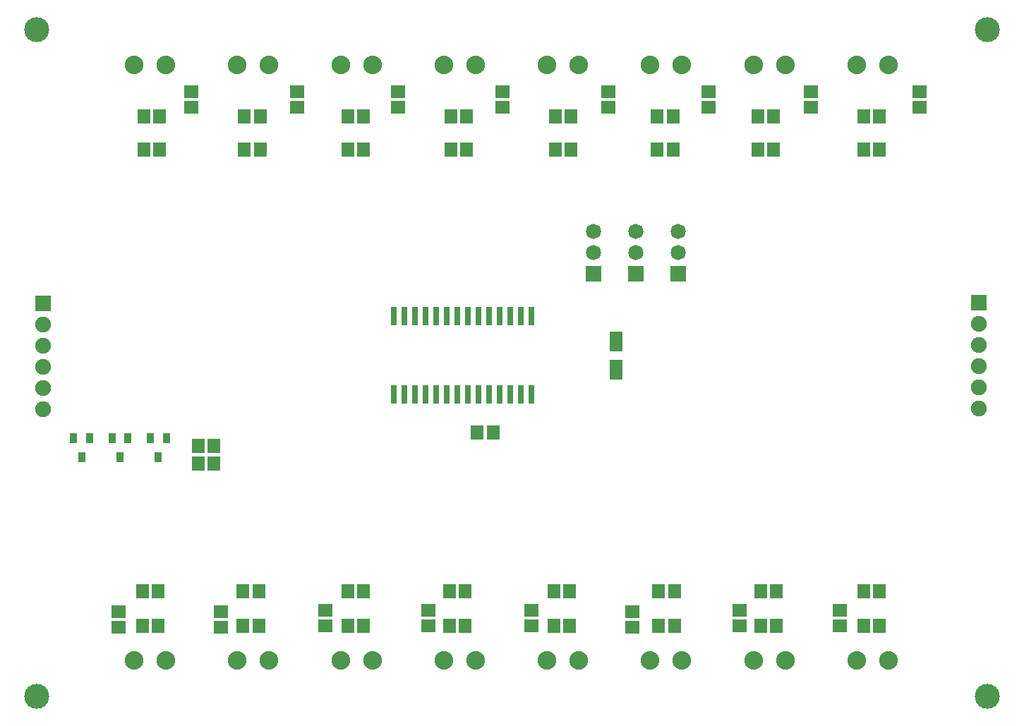
<source format=gbr>
G04 DipTrace 3.3.1.3*
G04 TopMask.gbr*
%MOIN*%
G04 #@! TF.FileFunction,Soldermask,Top*
G04 #@! TF.Part,Single*
%ADD33C,0.11811*%
%ADD40R,0.033631X0.049379*%
%ADD42R,0.063158X0.096623*%
%ADD44C,0.074969*%
%ADD46R,0.074969X0.074969*%
%ADD48R,0.031662X0.08678*%
%ADD50C,0.07182*%
%ADD52R,0.07182X0.07182*%
%ADD54R,0.067095X0.059221*%
%ADD56R,0.059221X0.067095*%
%ADD58C,0.08804*%
%FSLAX26Y26*%
G04*
G70*
G90*
G75*
G01*
G04 TopMask*
%LPD*%
D58*
X1498134Y3493114D3*
X1648134D3*
X1987740Y3493134D3*
X2137740D3*
X2473134D3*
X2623134D3*
X2960634D3*
X3110634D3*
X3448134D3*
X3598134D3*
X3935634D3*
X4085634D3*
X4423134D3*
X4573134D3*
X1160614Y681480D3*
X1010614D3*
D56*
X2706500Y1756500D3*
X2631697D3*
D58*
X1648134Y681480D3*
X1498134D3*
X2137740D3*
X1987740D3*
X2623134D3*
X2473134D3*
X3110614D3*
X2960614D3*
X3598134D3*
X3448134D3*
X4085614D3*
X3935614D3*
X4573134D3*
X4423134D3*
D54*
X1281500Y3369000D3*
Y3294197D3*
X1781520Y3369000D3*
Y3294197D3*
D52*
X3181500Y2506500D3*
D50*
Y2606500D3*
Y2706500D3*
D54*
X2256520Y3369000D3*
Y3294197D3*
D48*
X2237749Y1937751D3*
X2287749D3*
X2337749D3*
X2387749D3*
X2437749D3*
X2487749D3*
X2537749D3*
X2587749D3*
X2637749D3*
X2687749D3*
X2737749D3*
X2787749D3*
X2837749D3*
X2887749D3*
Y2307829D3*
X2837749D3*
X2787749D3*
X2737749D3*
X2687749D3*
X2637749D3*
X2587749D3*
X2537749D3*
X2487749D3*
X2437749D3*
X2387749D3*
X2337749D3*
X2287749D3*
X2237749D3*
D52*
X3381520Y2506480D3*
D50*
Y2606480D3*
Y2706480D3*
D52*
X3581520Y2506480D3*
D50*
Y2606480D3*
Y2706480D3*
D46*
X581500Y2369000D3*
D44*
Y2269000D3*
Y2169000D3*
Y2069000D3*
Y1969000D3*
Y1869000D3*
D46*
X4999660Y2370378D3*
D44*
Y2270378D3*
Y2170378D3*
Y2070378D3*
Y1970378D3*
Y1870378D3*
D54*
X2750260Y3369000D3*
Y3294197D3*
X3250249Y3369000D3*
Y3294197D3*
X3725251Y3369000D3*
Y3294197D3*
X4206500Y3369000D3*
Y3294197D3*
X4719000Y3369000D3*
Y3294197D3*
X937751Y837751D3*
Y912554D3*
X1419000Y837751D3*
Y912554D3*
D58*
X1010634Y3493114D3*
X1160634D3*
D54*
X1912751Y844000D3*
Y918803D3*
X2400249Y844000D3*
Y918803D3*
X2887751Y844000D3*
Y918803D3*
X3362751Y837751D3*
Y912554D3*
X3869000Y844000D3*
Y918803D3*
X4344000Y844000D3*
Y918803D3*
D42*
X3287751Y2187749D3*
Y2053891D3*
D40*
X981500Y1731500D3*
X906697D3*
X944098Y1640949D3*
D56*
X1387554Y1694000D3*
X1312751D3*
X1387749Y1612751D3*
X1312946D3*
D40*
X800249Y1731500D3*
X725446D3*
X762848Y1640949D3*
X1162749Y1731500D3*
X1087946D3*
X1125348Y1640949D3*
D56*
X1131303Y3250251D3*
X1056500D3*
X1131303Y3094000D3*
X1056500D3*
X1606303Y3250251D3*
X1531500D3*
X1606303Y3094000D3*
X1531500D3*
X2093803Y3250249D3*
X2019000D3*
X2094000Y3094000D3*
X2019197D3*
X2581303Y3250251D3*
X2506500D3*
X2581303Y3094000D3*
X2506500D3*
X3075054Y3250251D3*
X3000251D3*
X3075054Y3094000D3*
X3000251D3*
X3556303Y3250251D3*
X3481500D3*
X3556303Y3094000D3*
X3481500D3*
X4031303Y3250249D3*
X3956500D3*
X4031303Y3094000D3*
X3956500D3*
X4531303Y3250251D3*
X4456500D3*
X4531303Y3094000D3*
X4456500D3*
X1050251Y844000D3*
X1125054D3*
X1050251Y1006500D3*
X1125054D3*
X1525260Y844000D3*
X1600063D3*
X1525251Y1006500D3*
X1600054D3*
X2019000Y844000D3*
X2093803D3*
X2019000Y1006500D3*
X2093803D3*
X2500251Y844000D3*
X2575054D3*
X2500231Y1006500D3*
X2575034D3*
X2994000Y844000D3*
X3068803D3*
X2994000Y1006500D3*
X3068803D3*
X3487760Y844000D3*
X3562563D3*
X3487751Y1006500D3*
X3562554D3*
X3969000Y844000D3*
X4043803D3*
X3969000Y1006500D3*
X4043803D3*
X4456520Y844000D3*
X4531323D3*
X4456500Y1006500D3*
X4531303D3*
D33*
X551480Y3661717D3*
X5039669D3*
X551480Y512110D3*
X5039669D3*
M02*

</source>
